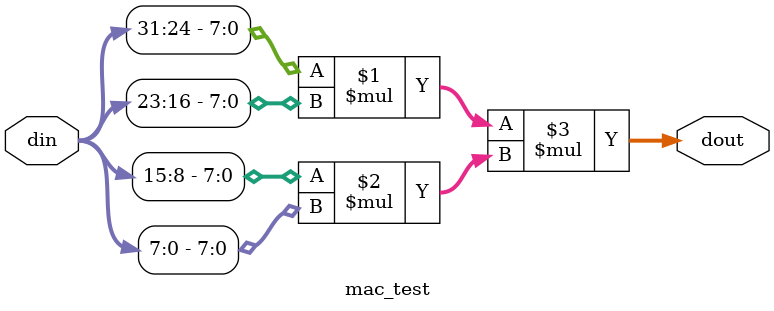
<source format=v>
`timescale 1ns / 1ps


module mac_test(
    din,
    dout
    );
input [31:0] din;
output [31:0] dout;

assign dout = (din[31:24] * din[23:16]) * (din[15:8] * din[7:0]);

endmodule

</source>
